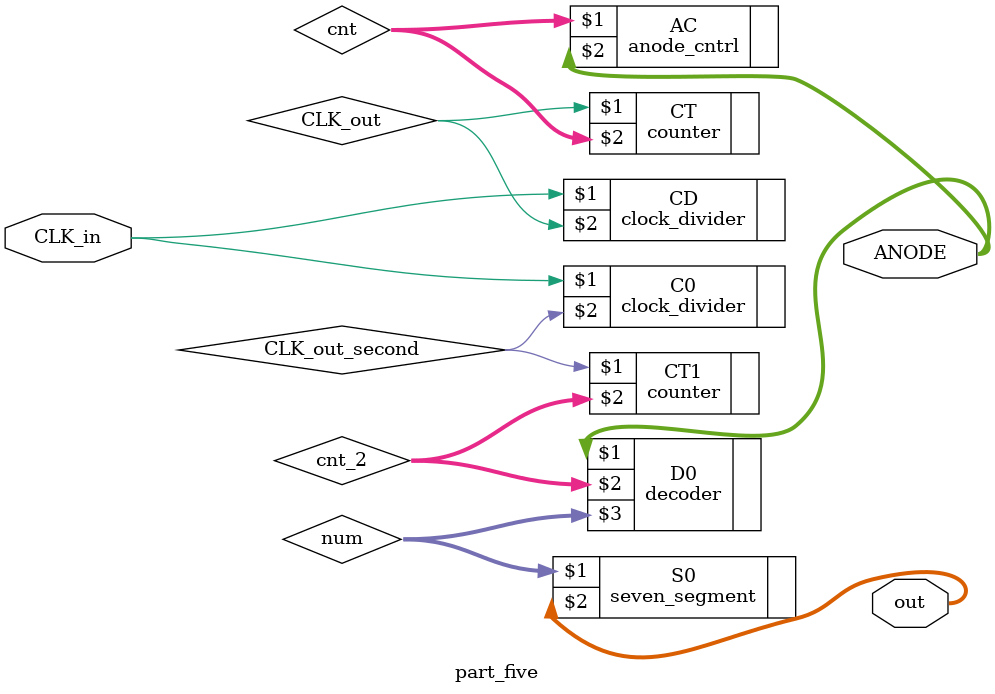
<source format=v>
`timescale 1ns / 1ps

module part_five(CLK_in, ANODE, out);

    input        CLK_in;
    output [7:0] ANODE; 
    output [6:0] out;


    wire        CLK_out;
    wire [2:0]  cnt;
    wire        CLK_out_second;
    wire [2:0]  cnt_2;
    wire [3:0]  num;

clock_divider       C0(CLK_in,CLK_out_second);
    defparam        C0.divisor = 28'd100000000;

clock_divider       CD(CLK_in, CLK_out);
counter             CT(CLK_out, cnt); //anodes
counter             CT1(CLK_out_second, cnt_2);//rotation

anode_cntrl         AC(cnt, ANODE);
decoder             D0(ANODE, cnt_2, num);
seven_segment       S0(num, out);

endmodule

</source>
